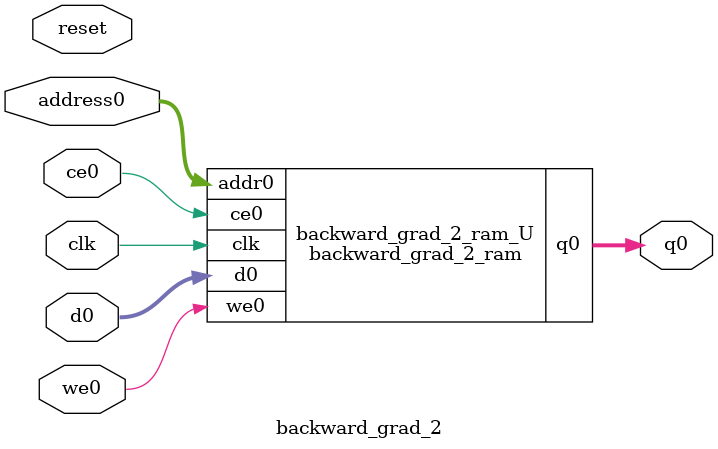
<source format=v>
`timescale 1 ns / 1 ps
module backward_grad_2_ram (addr0, ce0, d0, we0, q0,  clk);

parameter DWIDTH = 32;
parameter AWIDTH = 4;
parameter MEM_SIZE = 10;

input[AWIDTH-1:0] addr0;
input ce0;
input[DWIDTH-1:0] d0;
input we0;
output reg[DWIDTH-1:0] q0;
input clk;

(* ram_style = "distributed" *)reg [DWIDTH-1:0] ram[0:MEM_SIZE-1];




always @(posedge clk)  
begin 
    if (ce0) 
    begin
        if (we0) 
        begin 
            ram[addr0] <= d0; 
        end 
        q0 <= ram[addr0];
    end
end


endmodule

`timescale 1 ns / 1 ps
module backward_grad_2(
    reset,
    clk,
    address0,
    ce0,
    we0,
    d0,
    q0);

parameter DataWidth = 32'd32;
parameter AddressRange = 32'd10;
parameter AddressWidth = 32'd4;
input reset;
input clk;
input[AddressWidth - 1:0] address0;
input ce0;
input we0;
input[DataWidth - 1:0] d0;
output[DataWidth - 1:0] q0;



backward_grad_2_ram backward_grad_2_ram_U(
    .clk( clk ),
    .addr0( address0 ),
    .ce0( ce0 ),
    .we0( we0 ),
    .d0( d0 ),
    .q0( q0 ));

endmodule


</source>
